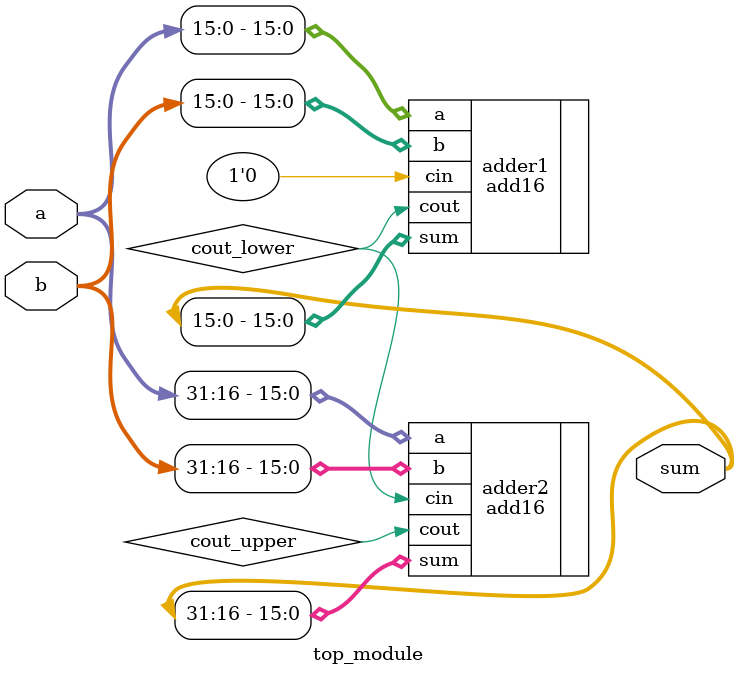
<source format=v>


module top_module(
    input [31:0] a,
    input [31:0] b,
    output [31:0] sum
);

wire[15:0] sum_lower,sum_higher;
wire cout_lower,cout_upper;

add16 adder1(.a(a[15:0]),.b(b[15:0]),.cin(1'b0),.sum(sum[15:0]),.cout(cout_lower));
add16 adder2(.a(a[31:16]),.b(b[31:16]),.cin(cout_lower),.sum(sum[31:16]),.cout(cout_upper));

endmodule

</source>
